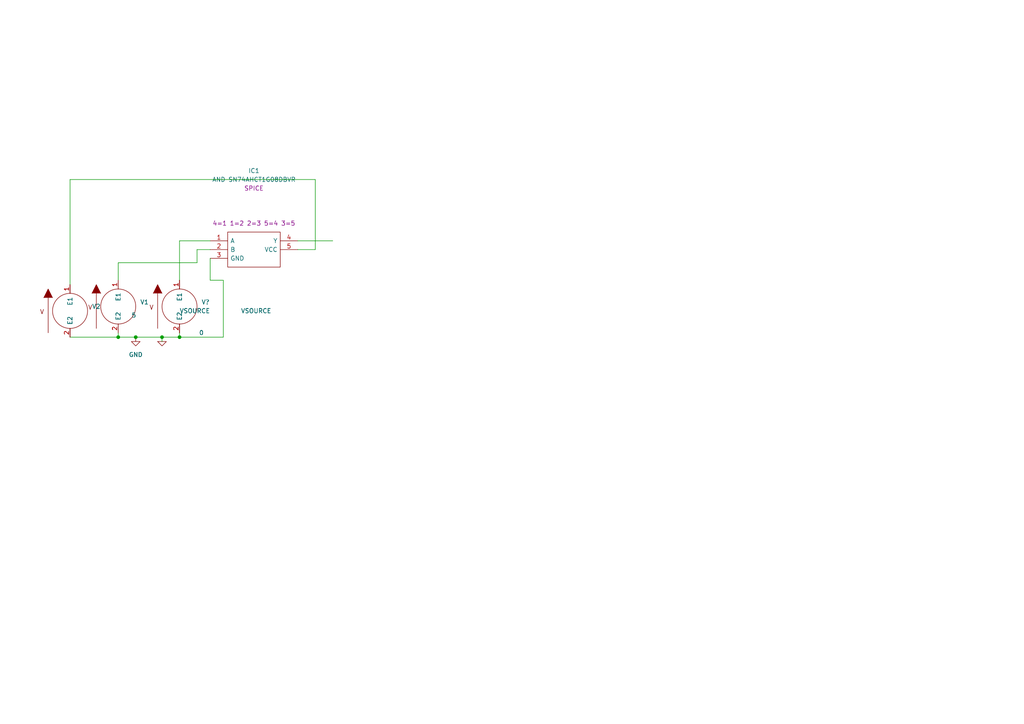
<source format=kicad_sch>
(kicad_sch (version 20211123) (generator eeschema)
  (paper "A4")
  (lib_symbols
    (symbol "EPSA_Lib:AND SN74AHCT1G08DBVR" (pin_names (offset 0.762))
      (property "Reference" "IC" (at 21.59 7.62 0))
      (property "Value" "AND SN74AHCT1G08DBVR" (at 21.59 5.08 0))
      (property "Spice_Primitive" "X" (at 21.59 7.62 0))
      (property "Spice_Model" "SN74AHC1G08" (at 21.59 7.62 0))
      (property "Spice_Netlist_Enabled" "Y" (at 21.59 7.62 0))
      (property "Spice_Lib_File" "And\\SN74AHC1G08.lib" (at 21.59 7.62 0))
      (property "Spice_Node_Sequence" "4,1,2,5,3" (at 21.59 7.62 0))
      (symbol "AND SN74AHCT1G08DBVR_0_0"
        (pin passive line (at 0 0 0) (length 5.08) (name "A") (number "1"))
        (pin passive line (at 0 -2.54 0) (length 5.08) (name "B") (number "2"))
        (pin passive line (at 0 -5.08 0) (length 5.08) (name "GND") (number "3"))
        (pin passive line (at 25.4 0 180) (length 5.08) (name "Y") (number "4"))
        (pin passive line (at 25.4 -2.54 180) (length 5.08) (name "VCC") (number "5"))
      )
      (symbol "AND SN74AHCT1G08DBVR_0_1"
        (polyline (pts (xy 5.08 2.54) (xy 20.32 2.54) (xy 20.32 -7.62) (xy 5.08 -7.62) (xy 5.08 2.54)) (stroke (width 0.1524)))
      )
    )
    (symbol "power:GND" (power) (pin_names (offset 0))
      (property "Value" "GND" (at 0 -3.81 0))
      (symbol "GND_0_1"
        (polyline (pts (xy 0 0) (xy 0 -1.27) (xy 1.27 -1.27) (xy 0 -2.54) (xy -1.27 -1.27) (xy 0 -1.27)))
      )
      (symbol "GND_1_1"
        (pin power_in line (at 0 0 270) (length 0) hide (name "GND") (number "1"))
      )
    )
    (symbol "pspice:0" (power) (pin_names (offset 0))
      (property "Value" "0" (at 0 -1.778 0))
      (symbol "0_0_1"
        (polyline (pts (xy -1.27 0) (xy 0 -1.27) (xy 1.27 0) (xy -1.27 0)))
      )
      (symbol "0_1_1"
        (pin power_in line (at 0 0 0) (length 0) hide (name "0") (number "1"))
      )
    )
    (symbol "pspice:VSOURCE" (pin_names (offset 1.016))
      (property "Reference" "V" (at -6.35 7.62 0))
      (property "Value" "VSOURCE" (at 0 0 0))
      (symbol "VSOURCE_0_1"
        (polyline (pts (xy -6.35 -6.35) (xy -6.35 3.81)) (fill (type outline)))
        (polyline (pts (xy -7.62 3.81) (xy -6.35 6.35) (xy -5.08 3.81)) (fill (type outline)))
        (circle (center 0 0) (radius 5.08))
        (text "V" (at -8.128 -0.254 0) (effects (font (size 1.27 1.27))))
      )
      (symbol "VSOURCE_1_1"
        (pin input line (at 0 7.62 270) (length 2.54) (name "E1") (number "1"))
        (pin input line (at 0 -7.62 90) (length 2.54) (name "E2") (number "2"))
      )
    )
  )
  (junction (at 46.99 97.79))
  (junction (at 52.07 97.79))
  (junction (at 34.29 97.79))
  (junction (at 39.37 97.79))
  (wire (pts (xy 34.29 96.52) (xy 34.29 97.79)))
  (wire (pts (xy 46.99 97.79) (xy 52.07 97.79)))
  (wire (pts (xy 46.99 97.79) (xy 46.99 99.06)))
  (wire (pts (xy 52.07 81.28) (xy 52.07 69.85)))
  (wire (pts (xy 20.32 97.79) (xy 34.29 97.79)))
  (wire (pts (xy 34.29 97.79) (xy 39.37 97.79)))
  (wire (pts (xy 57.15 72.39) (xy 60.96 72.39)))
  (wire (pts (xy 34.29 76.2) (xy 34.29 81.28)))
  (wire (pts (xy 60.96 74.93) (xy 60.96 81.28)))
  (wire (pts (xy 52.07 69.85) (xy 60.96 69.85)))
  (wire (pts (xy 60.96 81.28) (xy 64.77 81.28)))
  (wire (pts (xy 86.36 69.85) (xy 96.52 69.85)))
  (wire (pts (xy 52.07 96.52) (xy 52.07 97.79)))
  (wire (pts (xy 91.44 72.39) (xy 91.44 52.07)))
  (wire (pts (xy 39.37 97.79) (xy 46.99 97.79)))
  (wire (pts (xy 20.32 82.55) (xy 20.32 52.07)))
  (wire (pts (xy 86.36 72.39) (xy 91.44 72.39)))
  (wire (pts (xy 52.07 97.79) (xy 64.77 97.79)))
  (wire (pts (xy 20.32 52.07) (xy 91.44 52.07)))
  (wire (pts (xy 57.15 76.2) (xy 57.15 72.39)))
  (wire (pts (xy 64.77 97.79) (xy 64.77 81.28)))
  (wire (pts (xy 34.29 76.2) (xy 57.15 76.2)))
  (symbol (lib_id "pspice:VSOURCE") (at 20.32 90.17 0) (unit 1)
    (property "Reference" "V2" (at 26.67 88.8999 0) (effects (justify left)))
    (property "Value" "VSOURCE" (at 38.1 91.4399 0) (effects (justify left)))
    (property "Spice_Primitive" "V" (effects hide))
    (property "Spice_Model" "dc 5" (effects hide))
    (property "Spice_Netlist_Enabled" "Y" (effects hide))
  )
  (symbol (lib_id "EPSA_Lib:AND SN74AHCT1G08DBVR") (at 60.96 69.85 0) (unit 1)
    (property "Reference" "IC1" (at 73.66 49.53 0))
    (property "Value" "AND SN74AHCT1G08DBVR" (at 73.66 52.07 0))
    (property "Footprint" "SOT95P280X145-5N" (effects hide))
    (property "Datasheet" "https://datasheet.datasheetarchive.com/originals/distributors/SFDatasheet-6/sf-000128638.pdf" (effects hide))
    (property "Description" "SN74AHCT1G08DBVR, Logic Gate 2 Input AND, AHCT, 8mA 5V 5-Pin SOT-23" (effects hide))
    (property "Height" "1.45" (effects hide))
    (property "Manufacturer_Name" "Texas Instruments" (effects hide))
    (property "Manufacturer_Part_Number" "SN74AHCT1G08DBVR" (effects hide))
    (property "Mouser Part Number" "595-SN74AHCT1G08DBVR" (effects hide))
    (property "Mouser Price/Stock" "https://www.mouser.co.uk/ProductDetail/Texas-Instruments/SN74AHCT1G08DBVR?qs=8Pd2FuFSoMGY9AK%2Ftqwbcw%3D%3D" (effects hide))
    (property "Arrow Part Number" "SN74AHCT1G08DBVR" (effects hide))
    (property "Arrow Price/Stock" "https://www.arrow.com/en/products/sn74ahct1g08dbvr/texas-instruments?region=nac" (effects hide))
    (property "Spice_Primitive" "X" (at 73.66 54.61 0))
    (property "Spice_Model" "SN74AHC1G08" (at 73.66 57.15 0))
    (property "Spice_Netlist_Enabled" "Y" (at 73.66 59.69 0))
    (property "Spice_Lib_File" "And\\SN74AHC1G08.lib" (at 73.66 62.23 0))
    (property "Spice_Node_Sequence" "4,1,2,5,3" (at 73.66 64.77 0))
  )
  (symbol (lib_id "pspice:VSOURCE") (at 52.07 88.9 0) (unit 1)
    (property "Reference" "V?" (at 58.42 87.6299 0) (effects (justify left)))
    (property "Value" "VSOURCE" (at 69.85 90.1699 0) (effects (justify left)))
    (property "Spice_Primitive" "V" (effects hide))
    (property "Spice_Model" "dc 5 pulse(0 5 1 100m 100m 2 4)" (effects hide))
    (property "Spice_Netlist_Enabled" "Y" (effects hide))
  )
  (symbol (lib_id "pspice:0") (at 46.99 99.06 0) (unit 1)
    (property "Reference" "#GND01" (effects hide))
    (property "Value" "0" (at 58.42 96.52 0))
  )
  (symbol (lib_id "pspice:VSOURCE") (at 34.29 88.9 0) (unit 1)
    (property "Reference" "V1" (at 40.64 87.6299 0) (effects (justify left)))
    (property "Value" "VSOURCE" (at 52.07 90.1699 0) (effects (justify left)))
    (property "Spice_Primitive" "V" (effects hide))
    (property "Spice_Model" "dc 5 pulse(0 5 2 100m 100m 2 4)" (effects hide))
    (property "Spice_Netlist_Enabled" "Y" (effects hide))
  )
  (symbol (lib_id "power:GND") (at 39.37 97.79 0) (unit 1)
    (property "Reference" "#PWR01" (effects hide))
    (property "Value" "GND" (at 39.37 102.87 0))
  )
)
</source>
